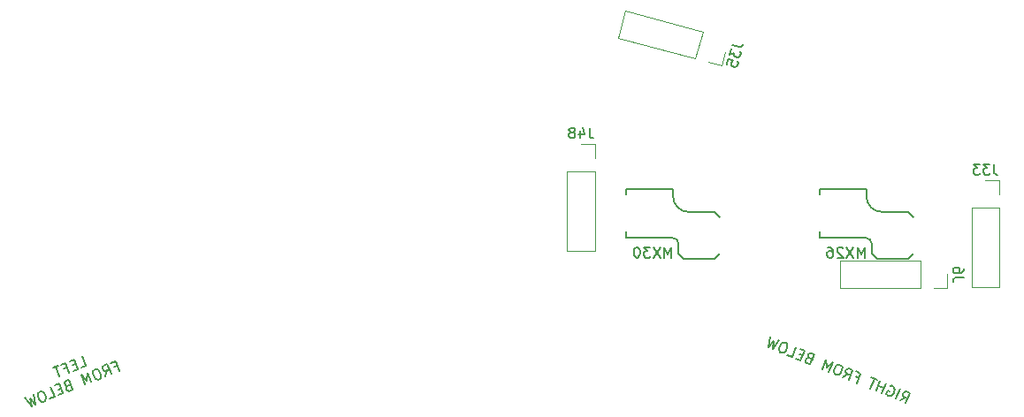
<source format=gbr>
G04 #@! TF.GenerationSoftware,KiCad,Pcbnew,(5.1.4)-1*
G04 #@! TF.CreationDate,2023-01-08T18:48:31-05:00*
G04 #@! TF.ProjectId,ThumbsUp,5468756d-6273-4557-902e-6b696361645f,rev?*
G04 #@! TF.SameCoordinates,Original*
G04 #@! TF.FileFunction,Legend,Bot*
G04 #@! TF.FilePolarity,Positive*
%FSLAX46Y46*%
G04 Gerber Fmt 4.6, Leading zero omitted, Abs format (unit mm)*
G04 Created by KiCad (PCBNEW (5.1.4)-1) date 2023-01-08 18:48:31*
%MOMM*%
%LPD*%
G04 APERTURE LIST*
%ADD10C,0.150000*%
%ADD11C,0.120000*%
G04 APERTURE END LIST*
D10*
X184629295Y-378825026D02*
X185116740Y-378508379D01*
X185159114Y-379039087D02*
X185533721Y-378111903D01*
X185180508Y-377969196D01*
X185074366Y-377977671D01*
X185012376Y-378003984D01*
X184932548Y-378074449D01*
X184879033Y-378206904D01*
X184887508Y-378313045D01*
X184913821Y-378375035D01*
X184984286Y-378454864D01*
X185337499Y-378597571D01*
X184231931Y-378664481D02*
X184606537Y-377737297D01*
X183661515Y-377406842D02*
X183767657Y-377398367D01*
X183900111Y-377451882D01*
X184014728Y-377549549D01*
X184067354Y-377673529D01*
X184075829Y-377779671D01*
X184048627Y-377974116D01*
X183995112Y-378106570D01*
X183879607Y-378265338D01*
X183799778Y-378335803D01*
X183675798Y-378388430D01*
X183525505Y-378379066D01*
X183437202Y-378343389D01*
X183322585Y-378245722D01*
X183296272Y-378183732D01*
X183421141Y-377874671D01*
X183597747Y-377946025D01*
X182863231Y-378111490D02*
X183237837Y-377184306D01*
X183059453Y-377625822D02*
X182529634Y-377411761D01*
X182333411Y-377897429D02*
X182708018Y-376970245D01*
X182398957Y-376845376D02*
X181869137Y-376631315D01*
X181759440Y-377665530D02*
X182134047Y-376738346D01*
X180366205Y-376537679D02*
X180675266Y-376662548D01*
X180479044Y-377148216D02*
X180853650Y-376221032D01*
X180412134Y-376042648D01*
X179154495Y-376613064D02*
X179641941Y-376296416D01*
X179684315Y-376827124D02*
X180058921Y-375899941D01*
X179705708Y-375757233D01*
X179599567Y-375765708D01*
X179537577Y-375792021D01*
X179457748Y-375862486D01*
X179404233Y-375994941D01*
X179412708Y-376101083D01*
X179439021Y-376163073D01*
X179509486Y-376242901D01*
X179862699Y-376385608D01*
X178955131Y-375453980D02*
X178778524Y-375382627D01*
X178672383Y-375391102D01*
X178548403Y-375443728D01*
X178432897Y-375602496D01*
X178308029Y-375911557D01*
X178280827Y-376106002D01*
X178333453Y-376229982D01*
X178403918Y-376309811D01*
X178580524Y-376381164D01*
X178686666Y-376372689D01*
X178810646Y-376320063D01*
X178926151Y-376161295D01*
X179051020Y-375852234D01*
X179078222Y-375657789D01*
X179025596Y-375533809D01*
X178955131Y-375453980D01*
X177785795Y-376060073D02*
X178160402Y-375132889D01*
X177583764Y-375670294D01*
X177542279Y-374883151D01*
X177167673Y-375810335D01*
X175906892Y-374736000D02*
X175756599Y-374726636D01*
X175694609Y-374752949D01*
X175614780Y-374823414D01*
X175561265Y-374955869D01*
X175569740Y-375062011D01*
X175596053Y-375124001D01*
X175666518Y-375203829D01*
X176019731Y-375346536D01*
X176394337Y-374419353D01*
X176085276Y-374294484D01*
X175979134Y-374302959D01*
X175917144Y-374329272D01*
X175837316Y-374399737D01*
X175801639Y-374488040D01*
X175810114Y-374594181D01*
X175836427Y-374656171D01*
X175906892Y-374736000D01*
X176215953Y-374860869D01*
X175288769Y-374486262D02*
X174979708Y-374361393D01*
X174651031Y-374793546D02*
X175092547Y-374971930D01*
X175467153Y-374044746D01*
X175025637Y-373866362D01*
X173812150Y-374454616D02*
X174253666Y-374633000D01*
X174628273Y-373705816D01*
X173701089Y-373331210D02*
X173524483Y-373259856D01*
X173418341Y-373268331D01*
X173294361Y-373320957D01*
X173178856Y-373479725D01*
X173053987Y-373788787D01*
X173026785Y-373983231D01*
X173079411Y-374107211D01*
X173149876Y-374187040D01*
X173326482Y-374258394D01*
X173432624Y-374249919D01*
X173556604Y-374197292D01*
X173672109Y-374038524D01*
X173796978Y-373729463D01*
X173824180Y-373535018D01*
X173771554Y-373411038D01*
X173701089Y-373331210D01*
X172994663Y-373045795D02*
X172399299Y-373883787D01*
X172490268Y-373150159D01*
X172046086Y-373741080D01*
X172199934Y-372724704D01*
X106206513Y-375673139D02*
X106648029Y-375494755D01*
X106273422Y-374567571D01*
X105701229Y-375312340D02*
X105392167Y-375437209D01*
X105455935Y-375976392D02*
X105897451Y-375798008D01*
X105522845Y-374870824D01*
X105081329Y-375049208D01*
X104553287Y-375776139D02*
X104862348Y-375651270D01*
X105058571Y-376136938D02*
X104683964Y-375209754D01*
X104242448Y-375388138D01*
X104021690Y-375477330D02*
X103491870Y-375691391D01*
X104131387Y-376511545D02*
X103756780Y-375584361D01*
X109365791Y-375611343D02*
X109674852Y-375486474D01*
X109871075Y-375972142D02*
X109496468Y-375044958D01*
X109054952Y-375223342D01*
X108546526Y-376507294D02*
X108677204Y-375940909D01*
X109076346Y-376293233D02*
X108701739Y-375366050D01*
X108348526Y-375508757D01*
X108278061Y-375588585D01*
X108251748Y-375650575D01*
X108243273Y-375756717D01*
X108296789Y-375889172D01*
X108376617Y-375959637D01*
X108438607Y-375985950D01*
X108544749Y-375994425D01*
X108897962Y-375851717D01*
X107597949Y-375812010D02*
X107421342Y-375883364D01*
X107350878Y-375963192D01*
X107298251Y-376087172D01*
X107325453Y-376281617D01*
X107450322Y-376590678D01*
X107565827Y-376749446D01*
X107689807Y-376802073D01*
X107795949Y-376810547D01*
X107972555Y-376739194D01*
X108043020Y-376659365D01*
X108095647Y-376535385D01*
X108068445Y-376340940D01*
X107943576Y-376031879D01*
X107828071Y-375873111D01*
X107704090Y-375820485D01*
X107597949Y-375812010D01*
X107177826Y-377060285D02*
X106803220Y-376133101D01*
X106761735Y-376920244D01*
X106185097Y-376382839D01*
X106559704Y-377310023D01*
X104906478Y-377413023D02*
X104791862Y-377510689D01*
X104765549Y-377572679D01*
X104757074Y-377678821D01*
X104810589Y-377811276D01*
X104890417Y-377881741D01*
X104952407Y-377908054D01*
X105058549Y-377916529D01*
X105411762Y-377773821D01*
X105037155Y-376846638D01*
X104728094Y-376971506D01*
X104657629Y-377051335D01*
X104631316Y-377113325D01*
X104622841Y-377219467D01*
X104658518Y-377307770D01*
X104738346Y-377378235D01*
X104800337Y-377404548D01*
X104906478Y-377413023D01*
X105215539Y-377288154D01*
X104288356Y-377662760D02*
X103979294Y-377787629D01*
X104043062Y-378326812D02*
X104484578Y-378148428D01*
X104109971Y-377221244D01*
X103668455Y-377399628D01*
X103204181Y-378665742D02*
X103645697Y-378487358D01*
X103271091Y-377560174D01*
X102343907Y-377934781D02*
X102167301Y-378006134D01*
X102096836Y-378085963D01*
X102044209Y-378209943D01*
X102071411Y-378404388D01*
X102196280Y-378713449D01*
X102311785Y-378872217D01*
X102435766Y-378924843D01*
X102541907Y-378933318D01*
X102718514Y-378861964D01*
X102788978Y-378782136D01*
X102841605Y-378658156D01*
X102814403Y-378463711D01*
X102689534Y-378154650D01*
X102574029Y-377995882D01*
X102450049Y-377943255D01*
X102343907Y-377934781D01*
X101637481Y-378220195D02*
X101791330Y-379236571D01*
X101347147Y-378645650D01*
X101438117Y-379379278D01*
X100842752Y-378541286D01*
D11*
X167532059Y-346706043D02*
X167876288Y-345421361D01*
X166247378Y-346361813D02*
X167532059Y-346706043D01*
X165020652Y-346033113D02*
X165709111Y-343463750D01*
X165709111Y-343463750D02*
X158290800Y-341476020D01*
X165020652Y-346033113D02*
X157602342Y-344045383D01*
X157602342Y-344045383D02*
X158290800Y-341476020D01*
X155384489Y-354229102D02*
X154054489Y-354229102D01*
X155384489Y-355559102D02*
X155384489Y-354229102D01*
X155384489Y-356829102D02*
X152724489Y-356829102D01*
X152724489Y-356829102D02*
X152724489Y-364509102D01*
X155384489Y-356829102D02*
X155384489Y-364509102D01*
X155384489Y-364509102D02*
X152724489Y-364509102D01*
X194106987Y-357713573D02*
X192776987Y-357713573D01*
X194106987Y-359043573D02*
X194106987Y-357713573D01*
X194106987Y-360313573D02*
X191446987Y-360313573D01*
X191446987Y-360313573D02*
X191446987Y-367993573D01*
X194106987Y-360313573D02*
X194106987Y-367993573D01*
X194106987Y-367993573D02*
X191446987Y-367993573D01*
D10*
X162879545Y-359251918D02*
X162879545Y-358551918D01*
X162879545Y-358551918D02*
X158379545Y-358551918D01*
X164379545Y-360751918D02*
G75*
G02X162879545Y-359251918I0J1500000D01*
G01*
X163879545Y-365251918D02*
X163379545Y-364751918D01*
X163379545Y-363751918D02*
X163379545Y-364751918D01*
X158379545Y-363251918D02*
X162879545Y-363251918D01*
X167379545Y-361251918D02*
X166879545Y-360751918D01*
X158379545Y-362651918D02*
X158379545Y-363251918D01*
X166879545Y-360751918D02*
X164379545Y-360751918D01*
X167379545Y-364751918D02*
X166879545Y-365251918D01*
X166879545Y-365251918D02*
X163879545Y-365251918D01*
X162879545Y-363251918D02*
G75*
G02X163379545Y-363751918I0J-500000D01*
G01*
X158379545Y-358551918D02*
X158379545Y-359051918D01*
X181379545Y-359251918D02*
X181379545Y-358551918D01*
X181379545Y-358551918D02*
X176879545Y-358551918D01*
X182879545Y-360751918D02*
G75*
G02X181379545Y-359251918I0J1500000D01*
G01*
X182379545Y-365251918D02*
X181879545Y-364751918D01*
X181879545Y-363751918D02*
X181879545Y-364751918D01*
X176879545Y-363251918D02*
X181379545Y-363251918D01*
X185879545Y-361251918D02*
X185379545Y-360751918D01*
X176879545Y-362651918D02*
X176879545Y-363251918D01*
X185379545Y-360751918D02*
X182879545Y-360751918D01*
X185879545Y-364751918D02*
X185379545Y-365251918D01*
X185379545Y-365251918D02*
X182379545Y-365251918D01*
X181379545Y-363251918D02*
G75*
G02X181879545Y-363751918I0J-500000D01*
G01*
X176879545Y-358551918D02*
X176879545Y-359051918D01*
D11*
X189136132Y-368061045D02*
X189136132Y-366731045D01*
X187806132Y-368061045D02*
X189136132Y-368061045D01*
X186536132Y-368061045D02*
X186536132Y-365401045D01*
X186536132Y-365401045D02*
X178856132Y-365401045D01*
X186536132Y-368061045D02*
X178856132Y-368061045D01*
X178856132Y-368061045D02*
X178856132Y-365401045D01*
D10*
X168522774Y-344756505D02*
X169212721Y-344941376D01*
X169363035Y-344932354D01*
X169479678Y-344865010D01*
X169562648Y-344739346D01*
X169587298Y-344647353D01*
X168424177Y-345124477D02*
X168263955Y-345722431D01*
X168718200Y-345499054D01*
X168681226Y-345637043D01*
X168702573Y-345741361D01*
X168736245Y-345799682D01*
X168815913Y-345870328D01*
X169045895Y-345931951D01*
X169150213Y-345910604D01*
X169208534Y-345876933D01*
X169279180Y-345797264D01*
X169353128Y-345521285D01*
X169331781Y-345416968D01*
X169298109Y-345358647D01*
X168029786Y-346596364D02*
X168153033Y-346136399D01*
X168625322Y-346213650D01*
X168567001Y-346247322D01*
X168496355Y-346326990D01*
X168434732Y-346556972D01*
X168456079Y-346661290D01*
X168489750Y-346719611D01*
X168569419Y-346790257D01*
X168799401Y-346851881D01*
X168903719Y-346830534D01*
X168962040Y-346796862D01*
X169032686Y-346717194D01*
X169094309Y-346487211D01*
X169072962Y-346382894D01*
X169039290Y-346324572D01*
X154864012Y-352681482D02*
X154864012Y-353395768D01*
X154911631Y-353538625D01*
X155006869Y-353633863D01*
X155149727Y-353681482D01*
X155244965Y-353681482D01*
X153959250Y-353014816D02*
X153959250Y-353681482D01*
X154197346Y-352633863D02*
X154435441Y-353348149D01*
X153816393Y-353348149D01*
X153292584Y-353110054D02*
X153387822Y-353062435D01*
X153435441Y-353014816D01*
X153483060Y-352919578D01*
X153483060Y-352871959D01*
X153435441Y-352776721D01*
X153387822Y-352729102D01*
X153292584Y-352681482D01*
X153102108Y-352681482D01*
X153006869Y-352729102D01*
X152959250Y-352776721D01*
X152911631Y-352871959D01*
X152911631Y-352919578D01*
X152959250Y-353014816D01*
X153006869Y-353062435D01*
X153102108Y-353110054D01*
X153292584Y-353110054D01*
X153387822Y-353157673D01*
X153435441Y-353205292D01*
X153483060Y-353300530D01*
X153483060Y-353491006D01*
X153435441Y-353586244D01*
X153387822Y-353633863D01*
X153292584Y-353681482D01*
X153102108Y-353681482D01*
X153006869Y-353633863D01*
X152959250Y-353586244D01*
X152911631Y-353491006D01*
X152911631Y-353300530D01*
X152959250Y-353205292D01*
X153006869Y-353157673D01*
X153102108Y-353110054D01*
X193586510Y-356165953D02*
X193586510Y-356880239D01*
X193634129Y-357023096D01*
X193729367Y-357118334D01*
X193872225Y-357165953D01*
X193967463Y-357165953D01*
X193205558Y-356165953D02*
X192586510Y-356165953D01*
X192919844Y-356546906D01*
X192776987Y-356546906D01*
X192681748Y-356594525D01*
X192634129Y-356642144D01*
X192586510Y-356737382D01*
X192586510Y-356975477D01*
X192634129Y-357070715D01*
X192681748Y-357118334D01*
X192776987Y-357165953D01*
X193062701Y-357165953D01*
X193157939Y-357118334D01*
X193205558Y-357070715D01*
X192253177Y-356165953D02*
X191634129Y-356165953D01*
X191967463Y-356546906D01*
X191824606Y-356546906D01*
X191729367Y-356594525D01*
X191681748Y-356642144D01*
X191634129Y-356737382D01*
X191634129Y-356975477D01*
X191681748Y-357070715D01*
X191729367Y-357118334D01*
X191824606Y-357165953D01*
X192110320Y-357165953D01*
X192205558Y-357118334D01*
X192253177Y-357070715D01*
X162696449Y-365124298D02*
X162696449Y-364124298D01*
X162363116Y-364838584D01*
X162029783Y-364124298D01*
X162029783Y-365124298D01*
X161648830Y-364124298D02*
X160982164Y-365124298D01*
X160982164Y-364124298D02*
X161648830Y-365124298D01*
X160696449Y-364124298D02*
X160077402Y-364124298D01*
X160410735Y-364505251D01*
X160267878Y-364505251D01*
X160172640Y-364552870D01*
X160125021Y-364600489D01*
X160077402Y-364695727D01*
X160077402Y-364933822D01*
X160125021Y-365029060D01*
X160172640Y-365076679D01*
X160267878Y-365124298D01*
X160553592Y-365124298D01*
X160648830Y-365076679D01*
X160696449Y-365029060D01*
X159458354Y-364124298D02*
X159363116Y-364124298D01*
X159267878Y-364171918D01*
X159220259Y-364219537D01*
X159172640Y-364314775D01*
X159125021Y-364505251D01*
X159125021Y-364743346D01*
X159172640Y-364933822D01*
X159220259Y-365029060D01*
X159267878Y-365076679D01*
X159363116Y-365124298D01*
X159458354Y-365124298D01*
X159553592Y-365076679D01*
X159601211Y-365029060D01*
X159648830Y-364933822D01*
X159696449Y-364743346D01*
X159696449Y-364505251D01*
X159648830Y-364314775D01*
X159601211Y-364219537D01*
X159553592Y-364171918D01*
X159458354Y-364124298D01*
X181196449Y-365124298D02*
X181196449Y-364124298D01*
X180863116Y-364838584D01*
X180529783Y-364124298D01*
X180529783Y-365124298D01*
X180148830Y-364124298D02*
X179482164Y-365124298D01*
X179482164Y-364124298D02*
X180148830Y-365124298D01*
X179148830Y-364219537D02*
X179101211Y-364171918D01*
X179005973Y-364124298D01*
X178767878Y-364124298D01*
X178672640Y-364171918D01*
X178625021Y-364219537D01*
X178577402Y-364314775D01*
X178577402Y-364410013D01*
X178625021Y-364552870D01*
X179196449Y-365124298D01*
X178577402Y-365124298D01*
X177720259Y-364124298D02*
X177910735Y-364124298D01*
X178005973Y-364171918D01*
X178053592Y-364219537D01*
X178148830Y-364362394D01*
X178196449Y-364552870D01*
X178196449Y-364933822D01*
X178148830Y-365029060D01*
X178101211Y-365076679D01*
X178005973Y-365124298D01*
X177815497Y-365124298D01*
X177720259Y-365076679D01*
X177672640Y-365029060D01*
X177625021Y-364933822D01*
X177625021Y-364695727D01*
X177672640Y-364600489D01*
X177720259Y-364552870D01*
X177815497Y-364505251D01*
X178005973Y-364505251D01*
X178101211Y-364552870D01*
X178148830Y-364600489D01*
X178196449Y-364695727D01*
X190683751Y-367064378D02*
X189969465Y-367064378D01*
X189826608Y-367111997D01*
X189731370Y-367207235D01*
X189683751Y-367350092D01*
X189683751Y-367445330D01*
X190683751Y-366159616D02*
X190683751Y-366350092D01*
X190636132Y-366445330D01*
X190588512Y-366492949D01*
X190445655Y-366588187D01*
X190255179Y-366635806D01*
X189874227Y-366635806D01*
X189778989Y-366588187D01*
X189731370Y-366540568D01*
X189683751Y-366445330D01*
X189683751Y-366254854D01*
X189731370Y-366159616D01*
X189778989Y-366111997D01*
X189874227Y-366064378D01*
X190112322Y-366064378D01*
X190207560Y-366111997D01*
X190255179Y-366159616D01*
X190302798Y-366254854D01*
X190302798Y-366445330D01*
X190255179Y-366540568D01*
X190207560Y-366588187D01*
X190112322Y-366635806D01*
M02*

</source>
